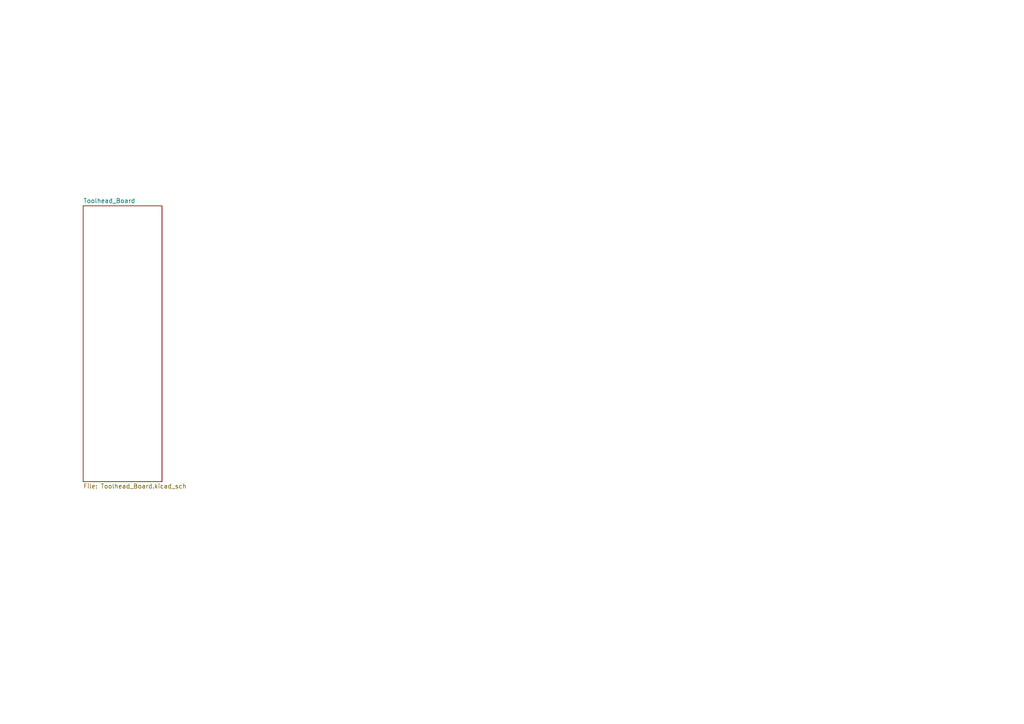
<source format=kicad_sch>
(kicad_sch
	(version 20250114)
	(generator "eeschema")
	(generator_version "9.0")
	(uuid "2c6f0d05-350a-4e4e-887e-c97bc5a9b57b")
	(paper "A4")
	(lib_symbols)
	(sheet
		(at 24.13 59.69)
		(size 22.86 80.01)
		(exclude_from_sim no)
		(in_bom yes)
		(on_board yes)
		(dnp no)
		(fields_autoplaced yes)
		(stroke
			(width 0.1524)
			(type solid)
		)
		(fill
			(color 0 0 0 0.0000)
		)
		(uuid "5b02d540-a7c5-4e15-aa57-27cd47355539")
		(property "Sheetname" "Toolhead_Board"
			(at 24.13 58.9784 0)
			(effects
				(font
					(size 1.27 1.27)
				)
				(justify left bottom)
			)
		)
		(property "Sheetfile" "Toolhead_Board.kicad_sch"
			(at 24.13 140.2846 0)
			(effects
				(font
					(size 1.27 1.27)
				)
				(justify left top)
			)
		)
		(instances
			(project "A1K Board"
				(path "/2c6f0d05-350a-4e4e-887e-c97bc5a9b57b"
					(page "12")
				)
			)
		)
	)
	(sheet_instances
		(path "/"
			(page "1")
		)
	)
	(embedded_fonts no)
)

</source>
